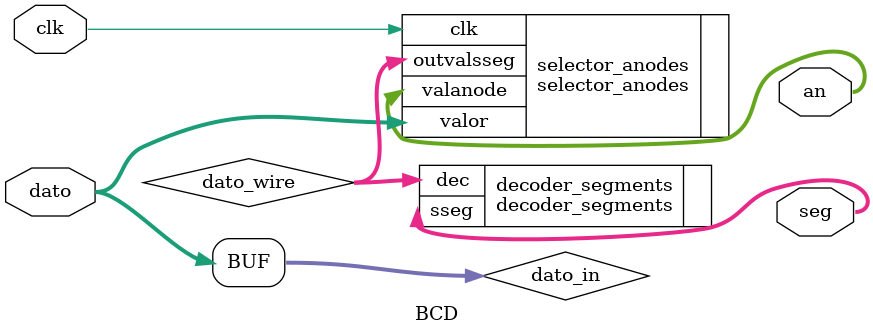
<source format=v>
`timescale 1ns / 1ps

module BCD(
		input clk,		
		input [3:0] dato,
		output [6:0] seg,
		output [7:0] an
);

wire [3:0] dato_wire;
wire [3:0] dato_in;

decoder_segments decoder_segments
	(
	.sseg(seg),
	.dec(dato_wire)
	);

selector_anodes selector_anodes
	(
	.clk(clk),
	.valor(dato_in),
	.valanode(an),
	.outvalsseg(dato_wire)
	);

assign dato_in = dato;

endmodule

</source>
